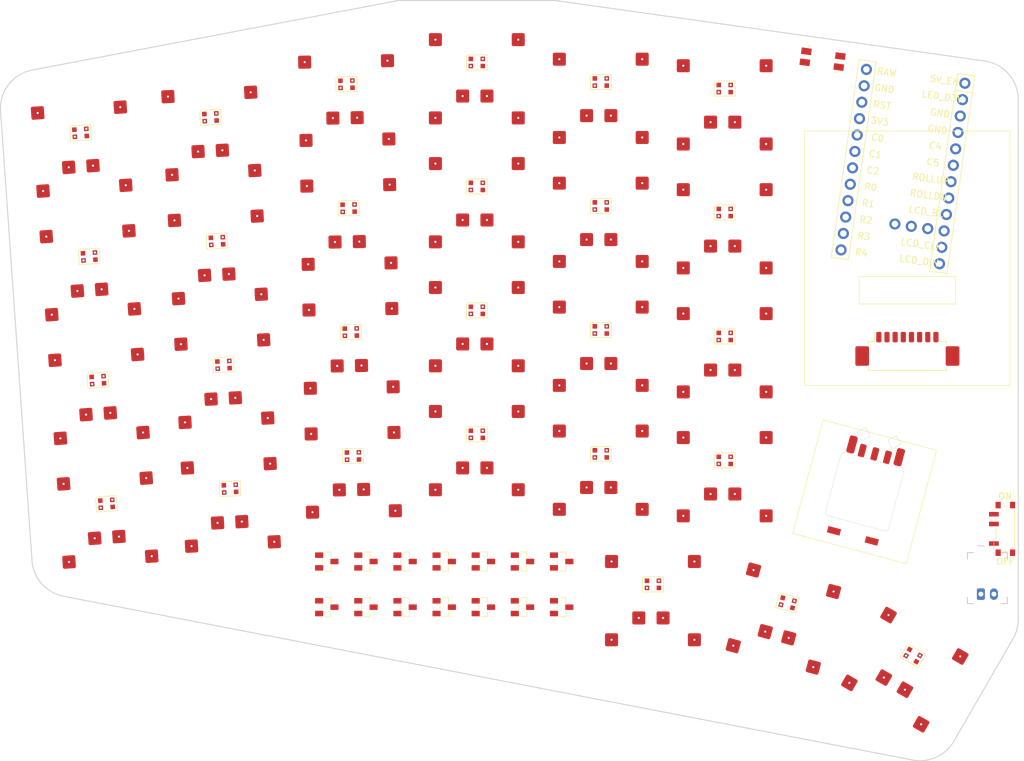
<source format=kicad_pcb>
(kicad_pcb (version 20240108) (generator "ergogen") (generator_version "4.1.0")
  (title_block (title "toomanykeys") (date "2025-06-05") (rev "0.1") (company "huntercook"))
  (layers (0 "F.Cu" signal) (31 "B.Cu" signal) (34 "B.Paste" user) (35 "F.Paste" user) (36 "B.SilkS" user "B.Silkscreen") (37 "F.SilkS" user "F.Silkscreen") (38 "B.Mask" user) (39 "F.Mask" user) (44 "Edge.Cuts" user))
  (net 0 "")
  (net 1 "C0")
  (net 2 "finger_outer_bottom")
  (net 3 "GND")
  (net 4 "finger_outer_home")
  (net 5 "finger_outer_top")
  (net 6 "finger_outer_num")
  (net 7 "C1")
  (net 8 "finger_pinky_bottom")
  (net 9 "finger_pinky_home")
  (net 10 "finger_pinky_top")
  (net 11 "finger_pinky_num")
  (net 12 "C2")
  (net 13 "finger_ring_bottom")
  (net 14 "finger_ring_home")
  (net 15 "finger_ring_top")
  (net 16 "finger_ring_num")
  (net 17 "C3")
  (net 18 "finger_middle_bottom")
  (net 19 "finger_middle_home")
  (net 20 "finger_middle_top")
  (net 21 "finger_middle_num")
  (net 22 "C4")
  (net 23 "finger_index_bottom")
  (net 24 "finger_index_home")
  (net 25 "finger_index_top")
  (net 26 "finger_index_num")
  (net 27 "C5")
  (net 28 "finger_inner_bottom")
  (net 29 "finger_inner_home")
  (net 30 "finger_inner_top")
  (net 31 "finger_inner_num")
  (net 32 "thumb_near_fan")
  (net 33 "thumb_mid_fan")
  (net 34 "thumb_far_fan")
  (net 35 "roller")
  (net 36 "ROLLUP")
  (net 37 "ROLLDN")
  (net 38 "R0")
  (net 39 "R1")
  (net 40 "R2")
  (net 41 "R3")
  (net 42 "R4")
  (net 43 "RAW")
  (net 44 "RST")
  (net 45 "3V3")
  (net 46 "5V_EN")
  (net 47 "LED_D3V")
  (net 48 "LCD_BL")
  (net 49 "LCD_DC")
  (net 50 "LCD_CLK")
  (net 51 "LCD_DIN")
  (net 52 "LCD_RST")
  (net 53 "LCD_CS")
  (net 54 "MCU1_24")
  (net 55 "MCU1_1")
  (net 56 "MCU1_23")
  (net 57 "MCU1_2")
  (net 58 "MCU1_22")
  (net 59 "MCU1_3")
  (net 60 "MCU1_21")
  (net 61 "MCU1_4")
  (net 62 "MCU1_20")
  (net 63 "MCU1_5")
  (net 64 "MCU1_19")
  (net 65 "MCU1_6")
  (net 66 "MCU1_18")
  (net 67 "MCU1_7")
  (net 68 "MCU1_17")
  (net 69 "MCU1_8")
  (net 70 "MCU1_16")
  (net 71 "MCU1_9")
  (net 72 "MCU1_15")
  (net 73 "MCU1_10")
  (net 74 "MCU1_14")
  (net 75 "MCU1_11")
  (net 76 "MCU1_13")
  (net 77 "MCU1_12")
  (net 78 "BAT_P")
  (net 79 "JST1_1")
  (net 80 "JST1_2")
  (net 81 "LED_26")
  (net 82 "5V")
  (net 83 "LED_27")
  (net 84 "LED_25")
  (net 85 "LED_24")
  (net 86 "LED_23")
  (net 87 "LED_19")
  (net 88 "LED_20")
  (net 89 "LED_21")
  (net 90 "LED_22")
  (net 91 "LED_18")
  (net 92 "LED_17")
  (net 93 "LED_16")
  (net 94 "LED_15")
  (net 95 "LED_11")
  (net 96 "LED_12")
  (net 97 "LED_13")
  (net 98 "LED_14")
  (net 99 "LED_10")
  (net 100 "LED_9")
  (net 101 "LED_8")
  (net 102 "LED_7")
  (net 103 "LED_3")
  (net 104 "LED_4")
  (net 105 "LED_5")
  (net 106 "LED_6")
  (net 107 "LED_2")
  (net 108 "LED_1")
  (net 109 "LED_D5V")
  (footprint "ceoloide:mounting_hole_npth" (layer "F.Cu") (at 65.1624438 90.47051569999999 4)
    (property "Reference" "MH1" hide)
  )
  (footprint "ceoloide:mounting_hole_npth" (layer "F.Cu") (at 67.6331095 172.2859079 3)
    (property "Reference" "MH2" hide)
  )
  (footprint "ceoloide:mounting_hole_npth" (layer "F.Cu") (at 103.5933268 83.3570229 0)
    (property "Reference" "MH3" hide)
  )
  (footprint "ceoloide:mounting_hole_npth" (layer "F.Cu") (at 129.5933268 83.3570229 0)
    (property "Reference" "MH4" hide)
  )
  (footprint "ceoloide:mounting_hole_npth" (layer "F.Cu") (at 128.5933269 182.3570228 0)
    (property "Reference" "MH5" hide)
  )
  (footprint "ceoloide:mounting_hole_npth" (layer "F.Cu") (at 176.2000911 193.3320045 -30)
    (property "Reference" "MH6" hide)
  )
  (footprint "ceoloide:mounting_hole_npth" (layer "F.Cu") (at 196.86034510000002 177.5473949 -30)
    (property "Reference" "MH7" hide)
  )
  (footprint "PG1316S" (at 60 160 4) (layer "F.Cu")
    (property "Reference" "S1" hide)
  )
  (footprint "PG1316S" (at 58.674627 141.046283 4) (layer "F.Cu")
    (property "Reference" "S2" hide)
  )
  (footprint "PG1316S" (at 57.349254 122.09256599999999 4) (layer "F.Cu")
    (property "Reference" "S3" hide)
  )
  (footprint "PG1316S" (at 56.023881 103.138849 4) (layer "F.Cu")
    (property "Reference" "S4" hide)
  )
  (footprint "PG1316S" (at 78.8839605 157.6770629 3) (layer "F.Cu")
    (property "Reference" "S5" hide)
  )
  (footprint "PG1316S" (at 77.8895773 138.70310170000002 3) (layer "F.Cu")
    (property "Reference" "S6" hide)
  )
  (footprint "PG1316S" (at 76.8951941 119.72914050000001 3) (layer "F.Cu")
    (property "Reference" "S7" hide)
  )
  (footprint "PG1316S" (at 75.9008109 100.75517930000001 3) (layer "F.Cu")
    (property "Reference" "S8" hide)
  )
  (footprint "PG1316S" (at 97.6485778 152.6881616 1) (layer "F.Cu")
    (property "Reference" "S9" hide)
  )
  (footprint "PG1316S" (at 97.3169821 133.6910554 1) (layer "F.Cu")
    (property "Reference" "S10" hide)
  )
  (footprint "PG1316S" (at 96.98538640000001 114.6939492 1) (layer "F.Cu")
    (property "Reference" "S11" hide)
  )
  (footprint "PG1316S" (at 96.65379070000002 95.696843 1) (layer "F.Cu")
    (property "Reference" "S12" hide)
  )
  (footprint "PG1316S" (at 116.5933268 149.3570229 0) (layer "F.Cu")
    (property "Reference" "S13" hide)
  )
  (footprint "PG1316S" (at 116.5933268 130.3570229 0) (layer "F.Cu")
    (property "Reference" "S14" hide)
  )
  (footprint "PG1316S" (at 116.5933268 111.3570229 0) (layer "F.Cu")
    (property "Reference" "S15" hide)
  )
  (footprint "PG1316S" (at 116.5933268 92.3570229 0) (layer "F.Cu")
    (property "Reference" "S16" hide)
  )
  (footprint "PG1316S" (at 135.5933269 152.3570228 0) (layer "F.Cu")
    (property "Reference" "S17" hide)
  )
  (footprint "PG1316S" (at 135.5933269 133.3570228 0) (layer "F.Cu")
    (property "Reference" "S18" hide)
  )
  (footprint "PG1316S" (at 135.5933269 114.35702280000001 0) (layer "F.Cu")
    (property "Reference" "S19" hide)
  )
  (footprint "PG1316S" (at 135.5933269 95.35702280000001 0) (layer "F.Cu")
    (property "Reference" "S20" hide)
  )
  (footprint "PG1316S" (at 154.5933269 153.3570229 0) (layer "F.Cu")
    (property "Reference" "S21" hide)
  )
  (footprint "PG1316S" (at 154.5933269 134.3570229 0) (layer "F.Cu")
    (property "Reference" "S22" hide)
  )
  (footprint "PG1316S" (at 154.5933269 115.3570229 0) (layer "F.Cu")
    (property "Reference" "S23" hide)
  )
  (footprint "PG1316S" (at 154.5933269 96.3570229 0) (layer "F.Cu")
    (property "Reference" "S24" hide)
  )
  (footprint "PG1316S" (at 143.5933269 172.3570228 0) (layer "F.Cu")
    (property "Reference" "S25" hide)
  )
  (footprint "PG1316S" (at 163.5933269 175.1070228 -15) (layer "F.Cu")
    (property "Reference" "S26" hide)
  )
  (footprint "PG1316S" (at 182.2000911 182.9396997 -30) (layer "F.Cu")
    (property "Reference" "S27" hide)
  )
  (footprint "CKW12" (at 176.0488267 155.6683879 75) (layer "F.Cu")
    (property "Reference" "RE1" hide)
    (fp_line (start -5 4.5) (end -5 -4.5) (stroke (width 0.05)) (layer "Edge.Cuts"))
    (fp_line (start -4.5 -5) (end 4.5 -5) (stroke (width 0.05)) (layer "Edge.Cuts"))
    (fp_line (start -4.5 5) (end 4.5 5) (stroke (width 0.05)) (layer "Edge.Cuts"))
    (fp_line (start 4.5 5) (end 5 4.5) (stroke (width 0.05)) (layer "Edge.Cuts"))
    (fp_line (start 5 -4.5) (end 5 4.5) (stroke (width 0.05)) (layer "Edge.Cuts"))
    (fp_line (start 7.545076 -2.333604) (end 8.393604 -1.485076) (stroke (width 0.05)) (layer "Edge.Cuts"))
    (fp_line (start 7.54934 2.541472) (end 8.397868 3.39) (stroke (width 0.05)) (layer "Edge.Cuts"))
    (fp_line (start 8.393604 -3.394264) (end 7.545076 -2.545736) (stroke (width 0.05)) (layer "Edge.Cuts"))
    (fp_line (start 8.397868 1.480812) (end 7.54934 2.32934) (stroke (width 0.05)) (layer "Edge.Cuts"))
    (fp_line (start 8.605736 -3.394264) (end 9.454264 -2.545736) (stroke (width 0.05)) (layer "Edge.Cuts"))
    (fp_line (start 8.605736 -1.485076) (end 9.454264 -2.333604) (stroke (width 0.05)) (layer "Edge.Cuts"))
    (fp_line (start 8.61 1.480812) (end 9.458528 2.32934) (stroke (width 0.05)) (layer "Edge.Cuts"))
    (fp_line (start 8.61 3.39) (end 9.458528 2.541472) (stroke (width 0.05)) (layer "Edge.Cuts"))
    (fp_arc (start -5 -4.5) (mid -4.853553 -4.853553) (end -4.5 -5) (stroke (width 0.05)) (layer "Edge.Cuts"))
    (fp_arc (start -4.5 5) (mid -4.853553 4.853553) (end -5 4.5) (stroke (width 0.05)) (layer "Edge.Cuts"))
    (fp_arc (start 4.5 -5) (mid 4.853553 -4.853553) (end 5 -4.5) (stroke (width 0.05)) (layer "Edge.Cuts"))
    (fp_arc (start 7.545076 -2.333604) (mid 7.501142 -2.43967) (end 7.545076 -2.545736) (stroke (width 0.05)) (layer "Edge.Cuts"))
    (fp_arc (start 7.54934 2.541472) (mid 7.505406 2.435406) (end 7.54934 2.32934) (stroke (width 0.05)) (layer "Edge.Cuts"))
    (fp_arc (start 8.393604 -3.394264) (mid 8.49967 -3.438198) (end 8.605736 -3.394264) (stroke (width 0.05)) (layer "Edge.Cuts"))
    (fp_arc (start 8.397868 1.480812) (mid 8.503934 1.436878) (end 8.61 1.480812) (stroke (width 0.05)) (layer "Edge.Cuts"))
    (fp_arc (start 8.605736 -1.485076) (mid 8.49967 -1.441142) (end 8.393604 -1.485076) (stroke (width 0.05)) (layer "Edge.Cuts"))
    (fp_arc (start 8.61 3.39) (mid 8.503934 3.433934) (end 8.397868 3.39) (stroke (width 0.05)) (layer "Edge.Cuts"))
    (fp_arc (start 9.454264 -2.545736) (mid 9.498198 -2.43967) (end 9.454264 -2.333604) (stroke (width 0.05)) (layer "Edge.Cuts"))
    (fp_arc (start 9.458528 2.32934) (mid 9.502462 2.435406) (end 9.458528 2.541472) (stroke (width 0.05)) (layer "Edge.Cuts"))
  )
  (footprint "BAV70 SOT23" (layer "F.Cu") (at 93.5933268 173.3570229 -90)
    (property "Reference" "D1" hide)
    (fp_text value "BAV70")
  )
  (footprint "BAV70 SOT23" (layer "F.Cu") (at 99.5933268 173.3570229 -90)
    (property "Reference" "D2" hide)
    (fp_text value "BAV70")
  )
  (footprint "BAV70 SOT23" (layer "F.Cu") (at 105.5933268 173.3570229 -90)
    (property "Reference" "D3" hide)
    (fp_text value "BAV70")
  )
  (footprint "BAV70 SOT23" (layer "F.Cu") (at 111.5933268 173.3570229 -90)
    (property "Reference" "D4" hide)
    (fp_text value "BAV70")
  )
  (footprint "BAV70 SOT23" (layer "F.Cu") (at 117.5933268 173.3570229 -90)
    (property "Reference" "D5" hide)
    (fp_text value "BAV70")
  )
  (footprint "BAV70 SOT23" (layer "F.Cu") (at 123.5933268 173.3570229 -90)
    (property "Reference" "D6" hide)
    (fp_text value "BAV70")
  )
  (footprint "BAV70 SOT23" (layer "F.Cu") (at 93.5933268 166.3570229 -90)
    (property "Reference" "D7" hide)
    (fp_text value "BAV70")
  )
  (footprint "BAV70 SOT23" (layer "F.Cu") (at 99.5933268 166.3570229 -90)
    (property "Reference" "D8" hide)
    (fp_text value "BAV70")
  )
  (footprint "BAV70 SOT23" (layer "F.Cu") (at 105.5933268 166.3570229 -90)
    (property "Reference" "D9" hide)
    (fp_text value "BAV70")
  )
  (footprint "BAV70 SOT23" (layer "F.Cu") (at 111.5933268 166.3570229 -90)
    (property "Reference" "D10" hide)
    (fp_text value "BAV70")
  )
  (footprint "BAV70 SOT23" (layer "F.Cu") (at 117.5933268 166.3570229 -90)
    (property "Reference" "D11" hide)
    (fp_text value "BAV70")
  )
  (footprint "BAV70 SOT23" (layer "F.Cu") (at 123.5933268 166.3570229 -90)
    (property "Reference" "D12" hide)
    (fp_text value "BAV70")
  )
  (footprint "BAV70 SOT23" (layer "F.Cu") (at 129.5933268 166.3570229 -90)
    (property "Reference" "D13" hide)
    (fp_text value "BAV70")
  )
  (footprint "BAV70 SOT23" (layer "F.Cu") (at 129.5933268 173.3570229 -90)
    (property "Reference" "D14" hide)
    (fp_text value "BAV70")
  )
  (footprint "ceoloide:mcu_nice_nano" (layer "F.Cu") (at 182.0933269 104.5570229 -8)
    (property "Reference" "MCU1" hide)
  )
  (footprint "LCD_1.69_Waveshare" (at 182.5933269 119.8570229 180) (layer "F.Cu")
    (property "Reference" "LCD1" hide)
  )
  (footprint "ceoloide:power_switch_smd_side" (layer "F.Cu") (at 197.5933269 161.3570229 0)
    (property "Reference" "PWR1" hide)
  )
  (footprint "ceoloide:reset_switch_smd_side" (layer "F.Cu") (at 169.5933269 89.3570229 -8)
    (property "Reference" "RST1" hide)
  )
  (footprint "ceoloide:battery_connector_jst_ph_2" (layer "B.Cu") (at 194.8583269 171.3570229 180)
    (property "Reference" "JST1" hide)
  )
  (footprint "LED_WS2812B-2020_PLCC4_2.0x2.0mm" (at 59.8256088 157.5060899 4) (layer "F.Cu")
    (property "Reference" "LED1" hide)
  )
  (footprint "LED_WS2812B-2020_PLCC4_2.0x2.0mm" (at 58.5002358 138.5523729 4) (layer "F.Cu")
    (property "Reference" "LED2" hide)
  )
  (footprint "LED_WS2812B-2020_PLCC4_2.0x2.0mm" (at 57.1748628 119.5986559 4) (layer "F.Cu")
    (property "Reference" "LED3" hide)
  )
  (footprint "LED_WS2812B-2020_PLCC4_2.0x2.0mm" (at 55.8494898 100.6449389 4) (layer "F.Cu")
    (property "Reference" "LED4" hide)
  )
  (footprint "LED_WS2812B-2020_PLCC4_2.0x2.0mm" (at 78.7531206 155.18048910000002 3) (layer "F.Cu")
    (property "Reference" "LED5" hide)
  )
  (footprint "LED_WS2812B-2020_PLCC4_2.0x2.0mm" (at 77.7587374 136.20652790000003 3) (layer "F.Cu")
    (property "Reference" "LED6" hide)
  )
  (footprint "LED_WS2812B-2020_PLCC4_2.0x2.0mm" (at 76.7643542 117.2325667 3) (layer "F.Cu")
    (property "Reference" "LED7" hide)
  )
  (footprint "LED_WS2812B-2020_PLCC4_2.0x2.0mm" (at 75.769971 98.25860550000002 3) (layer "F.Cu")
    (property "Reference" "LED8" hide)
  )
  (footprint "LED_WS2812B-2020_PLCC4_2.0x2.0mm" (at 97.6049468 150.1885424 1) (layer "F.Cu")
    (property "Reference" "LED9" hide)
  )
  (footprint "LED_WS2812B-2020_PLCC4_2.0x2.0mm" (at 97.2733511 131.1914362 1) (layer "F.Cu")
    (property "Reference" "LED10" hide)
  )
  (footprint "LED_WS2812B-2020_PLCC4_2.0x2.0mm" (at 96.9417554 112.19433000000001 1) (layer "F.Cu")
    (property "Reference" "LED11" hide)
  )
  (footprint "LED_WS2812B-2020_PLCC4_2.0x2.0mm" (at 96.61015970000001 93.1972238 1) (layer "F.Cu")
    (property "Reference" "LED12" hide)
  )
  (footprint "LED_WS2812B-2020_PLCC4_2.0x2.0mm" (at 116.5933268 146.8570229 0) (layer "F.Cu")
    (property "Reference" "LED13" hide)
  )
  (footprint "LED_WS2812B-2020_PLCC4_2.0x2.0mm" (at 116.5933268 127.8570229 0) (layer "F.Cu")
    (property "Reference" "LED14" hide)
  )
  (footprint "LED_WS2812B-2020_PLCC4_2.0x2.0mm" (at 116.5933268 108.8570229 0) (layer "F.Cu")
    (property "Reference" "LED15" hide)
  )
  (footprint "LED_WS2812B-2020_PLCC4_2.0x2.0mm" (at 116.5933268 89.8570229 0) (layer "F.Cu")
    (property "Reference" "LED16" hide)
  )
  (footprint "LED_WS2812B-2020_PLCC4_2.0x2.0mm" (at 135.5933269 149.8570228 0) (layer "F.Cu")
    (property "Reference" "LED17" hide)
  )
  (footprint "LED_WS2812B-2020_PLCC4_2.0x2.0mm" (at 135.5933269 130.8570228 0) (layer "F.Cu")
    (property "Reference" "LED18" hide)
  )
  (footprint "LED_WS2812B-2020_PLCC4_2.0x2.0mm" (at 135.5933269 111.85702280000001 0) (layer "F.Cu")
    (property "Reference" "LED19" hide)
  )
  (footprint "LED_WS2812B-2020_PLCC4_2.0x2.0mm" (at 135.5933269 92.85702280000001 0) (layer "F.Cu")
    (property "Reference" "LED20" hide)
  )
  (footprint "LED_WS2812B-2020_PLCC4_2.0x2.0mm" (at 154.5933269 150.8570229 0) (layer "F.Cu")
    (property "Reference" "LED21" hide)
  )
  (footprint "LED_WS2812B-2020_PLCC4_2.0x2.0mm" (at 154.5933269 131.8570229 0) (layer "F.Cu")
    (property "Reference" "LED22" hide)
  )
  (footprint "LED_WS2812B-2020_PLCC4_2.0x2.0mm" (at 154.5933269 112.8570229 0) (layer "F.Cu")
    (property "Reference" "LED23" hide)
  )
  (footprint "LED_WS2812B-2020_PLCC4_2.0x2.0mm" (at 154.5933269 93.8570229 0) (layer "F.Cu")
    (property "Reference" "LED24" hide)
  )
  (footprint "LED_WS2812B-2020_PLCC4_2.0x2.0mm" (at 143.5933269 169.8570228 0) (layer "F.Cu")
    (property "Reference" "LED25" hide)
  )
  (footprint "LED_WS2812B-2020_PLCC4_2.0x2.0mm" (at 164.2403745 172.6922082 -15) (layer "F.Cu")
    (property "Reference" "LED26" hide)
  )
  (footprint "LED_WS2812B-2020_PLCC4_2.0x2.0mm" (at 183.4500911 180.7746362 -30) (layer "F.Cu")
    (property "Reference" "LED27" hide)
  )
  (footprint "Molex_PicoBlade_53261-0871_1x08-1MP_P1.25mm_Horizontal" (at 182.5933269 134.3570229 0) (layer "F.Cu")
    (property "Reference" "CONN1" hide)
  )
  (gr_line (start 198.78989847496373 178.19905087220747) (end 189.72884738230746 193.89831689955707) (layer Edge.Cuts) (stroke (width 0.15)))
  (gr_line (start 183.39582425596262 196.7904331773986) (end 53.25409818713453 171.68603677106714) (layer Edge.Cuts) (stroke (width 0.15)))
  (gr_line (start 48.4051654509732 166.2131856012594) (end 43.58798530951861 97.32429966433426) (layer Edge.Cuts) (stroke (width 0.15)))
  (gr_line (start 48.45466179706109 91.01097548618358) (end 104.03892050217102 80.46223770000002) (layer Edge.Cuts) (stroke (width 0.15)))
  (gr_line (start 105.15762830217103 80.3570229) (end 128.17286680058638 80.3570229) (layer Edge.Cuts) (stroke (width 0.15)))
  (gr_line (start 129.00967780253146 80.41566388618944) (end 194.4301379019451 89.62981318298834) (layer Edge.Cuts) (stroke (width 0.15)))
  (gr_line (start 199.5933269 95.5711721967989) (end 199.5933269 175.19977700209034) (layer Edge.Cuts) (stroke (width 0.15)))
  (gr_arc (start 183.39582420734376 196.79043312943995) (mid 187.02470980734375 196.35686052943996) (end 189.72884730734376 193.89831692943994) (layer Edge.Cuts) (stroke (width 0.15)))
  (gr_arc (start 48.405165438515674 166.21318562310844) (mid 49.89965213851568 169.77357092310842) (end 53.254098238515674 171.68603682310842) (layer Edge.Cuts) (stroke (width 0.15)))
  (gr_arc (start 48.454661797061085 91.0109754861835) (mid 44.82136509706109 93.2426399861835) (end 43.58798529706109 97.3242996861835) (layer Edge.Cuts) (stroke (width 0.15)))
  (gr_arc (start 105.15762830217103 80.3570229) (mid 104.59580600217103 80.3833845) (end 104.03892050217104 80.4622377) (layer Edge.Cuts) (stroke (width 0.15)))
  (gr_arc (start 129.0096778005864 80.4156639) (mid 128.59229840058637 80.37170110000001) (end 128.17286680058638 80.3570229) (layer Edge.Cuts) (stroke (width 0.15)))
  (gr_arc (start 199.5933269 95.5711721967989) (mid 198.1221715 91.6354934967989) (end 194.4301379 89.62981319679889) (layer Edge.Cuts) (stroke (width 0.15)))
  (gr_arc (start 198.7898985 178.19905090209033) (mid 199.38899039999998 176.75228640209033) (end 199.5933269 175.19977700209034) (layer Edge.Cuts) (stroke (width 0.15)))
)
</source>
